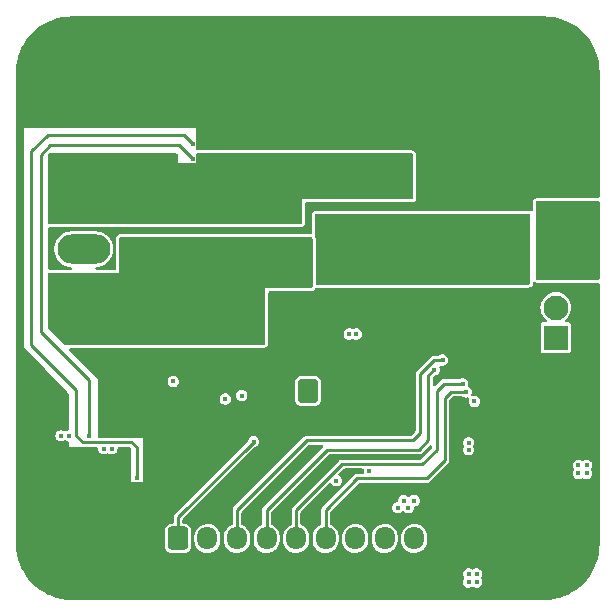
<source format=gbl>
G04 #@! TF.GenerationSoftware,KiCad,Pcbnew,7.0.7*
G04 #@! TF.CreationDate,2023-10-26T17:58:54+02:00*
G04 #@! TF.ProjectId,load,6c6f6164-2e6b-4696-9361-645f70636258,rev?*
G04 #@! TF.SameCoordinates,Original*
G04 #@! TF.FileFunction,Copper,L4,Bot*
G04 #@! TF.FilePolarity,Positive*
%FSLAX46Y46*%
G04 Gerber Fmt 4.6, Leading zero omitted, Abs format (unit mm)*
G04 Created by KiCad (PCBNEW 7.0.7) date 2023-10-26 17:58:54*
%MOMM*%
%LPD*%
G01*
G04 APERTURE LIST*
G04 Aperture macros list*
%AMRoundRect*
0 Rectangle with rounded corners*
0 $1 Rounding radius*
0 $2 $3 $4 $5 $6 $7 $8 $9 X,Y pos of 4 corners*
0 Add a 4 corners polygon primitive as box body*
4,1,4,$2,$3,$4,$5,$6,$7,$8,$9,$2,$3,0*
0 Add four circle primitives for the rounded corners*
1,1,$1+$1,$2,$3*
1,1,$1+$1,$4,$5*
1,1,$1+$1,$6,$7*
1,1,$1+$1,$8,$9*
0 Add four rect primitives between the rounded corners*
20,1,$1+$1,$2,$3,$4,$5,0*
20,1,$1+$1,$4,$5,$6,$7,0*
20,1,$1+$1,$6,$7,$8,$9,0*
20,1,$1+$1,$8,$9,$2,$3,0*%
G04 Aperture macros list end*
G04 #@! TA.AperFunction,ComponentPad*
%ADD10C,0.900000*%
G04 #@! TD*
G04 #@! TA.AperFunction,ComponentPad*
%ADD11C,8.600000*%
G04 #@! TD*
G04 #@! TA.AperFunction,ComponentPad*
%ADD12RoundRect,0.250000X-0.600000X-0.750000X0.600000X-0.750000X0.600000X0.750000X-0.600000X0.750000X0*%
G04 #@! TD*
G04 #@! TA.AperFunction,ComponentPad*
%ADD13O,1.700000X2.000000*%
G04 #@! TD*
G04 #@! TA.AperFunction,ComponentPad*
%ADD14RoundRect,0.250000X-0.600000X-0.725000X0.600000X-0.725000X0.600000X0.725000X-0.600000X0.725000X0*%
G04 #@! TD*
G04 #@! TA.AperFunction,ComponentPad*
%ADD15O,1.700000X1.950000*%
G04 #@! TD*
G04 #@! TA.AperFunction,ComponentPad*
%ADD16R,2.100000X2.100000*%
G04 #@! TD*
G04 #@! TA.AperFunction,ComponentPad*
%ADD17C,2.100000*%
G04 #@! TD*
G04 #@! TA.AperFunction,ComponentPad*
%ADD18R,4.500000X2.500000*%
G04 #@! TD*
G04 #@! TA.AperFunction,ComponentPad*
%ADD19O,4.500000X2.500000*%
G04 #@! TD*
G04 #@! TA.AperFunction,ViaPad*
%ADD20C,0.450000*%
G04 #@! TD*
G04 #@! TA.AperFunction,Conductor*
%ADD21C,0.250000*%
G04 #@! TD*
G04 APERTURE END LIST*
D10*
X146775000Y-150000000D03*
X147719581Y-147719581D03*
X147719581Y-152280419D03*
X150000000Y-146775000D03*
D11*
X150000000Y-150000000D03*
D10*
X150000000Y-153225000D03*
X152280419Y-147719581D03*
X152280419Y-152280419D03*
X153225000Y-150000000D03*
D12*
X170000000Y-137000000D03*
D13*
X172500000Y-137000000D03*
D14*
X159000000Y-149500000D03*
D15*
X161500000Y-149500000D03*
X164000000Y-149500000D03*
X166500000Y-149500000D03*
X169000000Y-149500000D03*
X171500000Y-149500000D03*
X174000000Y-149500000D03*
X176500000Y-149500000D03*
X179000000Y-149500000D03*
X181500000Y-149500000D03*
D16*
X191000000Y-122000000D03*
D17*
X191000000Y-119460000D03*
D10*
X186775000Y-110000000D03*
X187719581Y-107719581D03*
X187719581Y-112280419D03*
X190000000Y-106775000D03*
D11*
X190000000Y-110000000D03*
D10*
X190000000Y-113225000D03*
X192280419Y-107719581D03*
X192280419Y-112280419D03*
X193225000Y-110000000D03*
D18*
X151020000Y-130450000D03*
D19*
X151020000Y-125000000D03*
X151020000Y-119550000D03*
D10*
X146775000Y-110000000D03*
X147719581Y-107719581D03*
X147719581Y-112280419D03*
X150000000Y-106775000D03*
D11*
X150000000Y-110000000D03*
D10*
X150000000Y-113225000D03*
X152280419Y-107719581D03*
X152280419Y-112280419D03*
X153225000Y-110000000D03*
X186775000Y-150000000D03*
X187719581Y-147719581D03*
X187719581Y-152280419D03*
X190000000Y-146775000D03*
D11*
X190000000Y-150000000D03*
D10*
X190000000Y-153225000D03*
X192280419Y-147719581D03*
X192280419Y-152280419D03*
X193225000Y-150000000D03*
D16*
X191000000Y-132500000D03*
D17*
X191000000Y-129960000D03*
D20*
X180500000Y-111250000D03*
X185500000Y-114750000D03*
X168750000Y-112500000D03*
X174000000Y-112500000D03*
X185500000Y-117750000D03*
X174750000Y-112500000D03*
X188000000Y-117250000D03*
X170500000Y-111000000D03*
X160300000Y-116100000D03*
X185500000Y-116250000D03*
X155500000Y-144400000D03*
X161250000Y-112500000D03*
X173250000Y-113250000D03*
X178000000Y-111000000D03*
X167250000Y-112500000D03*
X172500000Y-112500000D03*
X182200000Y-139100000D03*
X193000000Y-138500000D03*
X175500000Y-112500000D03*
X183500000Y-134750000D03*
X161250000Y-113250000D03*
X171750000Y-112500000D03*
X178000000Y-109500000D03*
X168000000Y-109500000D03*
X165500000Y-111000000D03*
X185750000Y-139250000D03*
X180500000Y-109750000D03*
X159500000Y-142000000D03*
X188000000Y-118750000D03*
X182500000Y-135750000D03*
X180500000Y-112750000D03*
X162000000Y-112500000D03*
X183000000Y-112250000D03*
X165500000Y-109500000D03*
X167750000Y-132000000D03*
X166500000Y-113250000D03*
X163500000Y-112500000D03*
X172500000Y-113250000D03*
X189500000Y-140500000D03*
X171000000Y-112500000D03*
X173000000Y-109500000D03*
X150500000Y-143250000D03*
X168000000Y-113250000D03*
X169500000Y-112500000D03*
X175500000Y-109500000D03*
X188000000Y-120250000D03*
X168000000Y-111000000D03*
X167750000Y-131000000D03*
X165000000Y-112500000D03*
X162750000Y-113250000D03*
X163000000Y-111000000D03*
X171750000Y-113250000D03*
X150500000Y-142500000D03*
X183000000Y-115250000D03*
X162000000Y-113250000D03*
X175500000Y-113250000D03*
X173000000Y-111000000D03*
X185000000Y-139250000D03*
X164250000Y-112500000D03*
X170250000Y-112500000D03*
X178000000Y-112500000D03*
X162750000Y-112500000D03*
X163500000Y-113250000D03*
X173250000Y-112500000D03*
X170250000Y-113250000D03*
X163000000Y-109500000D03*
X166500000Y-112500000D03*
X158750000Y-142000000D03*
X165750000Y-112500000D03*
X174000000Y-113250000D03*
X194000000Y-138500000D03*
X183000000Y-113750000D03*
X164250000Y-113250000D03*
X163250000Y-142250000D03*
X170500000Y-109500000D03*
X174750000Y-113250000D03*
X175500000Y-111000000D03*
X167250000Y-113250000D03*
X178600000Y-140300000D03*
X168000000Y-112500000D03*
X165750000Y-113250000D03*
X183500000Y-139750000D03*
X156250000Y-139000000D03*
X168750000Y-113250000D03*
X165000000Y-113250000D03*
X169500000Y-113250000D03*
X171000000Y-113250000D03*
X193600000Y-144000000D03*
X192900000Y-143300000D03*
X192900000Y-144000000D03*
X149100000Y-140800000D03*
X149800000Y-140800000D03*
X158600000Y-136200000D03*
X193600000Y-143300000D03*
X153400000Y-141900000D03*
X184300000Y-152500000D03*
X183600000Y-152500000D03*
X183600000Y-153200000D03*
X152700000Y-141900000D03*
X184300000Y-153200000D03*
X163000000Y-137700000D03*
X175200000Y-143800000D03*
X172400000Y-144600000D03*
X177600000Y-146900000D03*
X173500000Y-132200000D03*
X174100000Y-132200000D03*
X184100000Y-137900000D03*
X164400000Y-137400000D03*
X179000000Y-146300000D03*
X183600000Y-141400000D03*
X178500000Y-146900000D03*
X178100000Y-146300000D03*
X183600000Y-142000000D03*
X176250000Y-126250000D03*
X174250000Y-124500000D03*
X172750000Y-125250000D03*
X176250000Y-123250000D03*
X171250000Y-125250000D03*
X172000000Y-125250000D03*
X184500000Y-123250000D03*
X174250000Y-127500000D03*
X173500000Y-125250000D03*
X172750000Y-124500000D03*
X173500000Y-124500000D03*
X174250000Y-126000000D03*
X171250000Y-124500000D03*
X183750000Y-126250000D03*
X173750000Y-123250000D03*
X181250000Y-126250000D03*
X187000000Y-123250000D03*
X172000000Y-124500000D03*
X174250000Y-126750000D03*
X176250000Y-124750000D03*
X174250000Y-125250000D03*
X183750000Y-124750000D03*
X173500000Y-127500000D03*
X178750000Y-124750000D03*
X178750000Y-123250000D03*
X178750000Y-126250000D03*
X173500000Y-126750000D03*
X173500000Y-126000000D03*
X181250000Y-124750000D03*
X191500000Y-125250000D03*
X191500000Y-124500000D03*
X193000000Y-126750000D03*
X192250000Y-125250000D03*
X193000000Y-124500000D03*
X191500000Y-126000000D03*
X190000000Y-124500000D03*
X193000000Y-126000000D03*
X190750000Y-124500000D03*
X192250000Y-126750000D03*
X193000000Y-125250000D03*
X192250000Y-126000000D03*
X192250000Y-124500000D03*
X191500000Y-126750000D03*
X183400000Y-137100000D03*
X181400000Y-134400000D03*
X180700000Y-135200000D03*
X183100000Y-136400000D03*
X165400000Y-141300000D03*
X161500000Y-125250000D03*
X159000000Y-131250000D03*
X169500000Y-124500000D03*
X168750000Y-125250000D03*
X156500000Y-129750000D03*
X161500000Y-131250000D03*
X164000000Y-128250000D03*
X166500000Y-127500000D03*
X167250000Y-125250000D03*
X167250000Y-127500000D03*
X167250000Y-126000000D03*
X166500000Y-125250000D03*
X159000000Y-125250000D03*
X164000000Y-129750000D03*
X164000000Y-125250000D03*
X166500000Y-126750000D03*
X156500000Y-126750000D03*
X156500000Y-125250000D03*
X166500000Y-126000000D03*
X167250000Y-126750000D03*
X161500000Y-128250000D03*
X168000000Y-125250000D03*
X161500000Y-126750000D03*
X166500000Y-124500000D03*
X156500000Y-128250000D03*
X161500000Y-129750000D03*
X164000000Y-131250000D03*
X164000000Y-126750000D03*
X159000000Y-128250000D03*
X156500000Y-131250000D03*
X159000000Y-129750000D03*
X159000000Y-126750000D03*
X168750000Y-124500000D03*
X167250000Y-124500000D03*
X169500000Y-125250000D03*
X168000000Y-124500000D03*
X160300000Y-117400000D03*
X169250000Y-119750000D03*
X165500000Y-119750000D03*
X164000000Y-119750000D03*
X156500000Y-121250000D03*
X161000000Y-119750000D03*
X171500000Y-119750000D03*
X164750000Y-119750000D03*
X161750000Y-119750000D03*
X177500000Y-119750000D03*
X164000000Y-121250000D03*
X174500000Y-119750000D03*
X176750000Y-119750000D03*
X161500000Y-121250000D03*
X151500000Y-140800000D03*
X176000000Y-119750000D03*
X167750000Y-119750000D03*
X159000000Y-118250000D03*
X159000000Y-121250000D03*
X175250000Y-119750000D03*
X168500000Y-119750000D03*
X166250000Y-119750000D03*
X167000000Y-119750000D03*
X166500000Y-121250000D03*
X162500000Y-119750000D03*
X173750000Y-119750000D03*
X172250000Y-119750000D03*
X170750000Y-119750000D03*
X173000000Y-119750000D03*
X156500000Y-119750000D03*
X159000000Y-119750000D03*
X156500000Y-118250000D03*
X163250000Y-119750000D03*
X170000000Y-119750000D03*
D21*
X155500000Y-141800000D02*
X155500000Y-144400000D01*
X159500000Y-115300000D02*
X148000000Y-115300000D01*
X150400000Y-136900000D02*
X150400000Y-140800000D01*
X150400000Y-140800000D02*
X150950000Y-141350000D01*
X148000000Y-115300000D02*
X146600000Y-116700000D01*
X150950000Y-141350000D02*
X155050000Y-141350000D01*
X155050000Y-141350000D02*
X155500000Y-141800000D01*
X146600000Y-133100000D02*
X150400000Y-136900000D01*
X160300000Y-116100000D02*
X159500000Y-115300000D01*
X146600000Y-116700000D02*
X146600000Y-133100000D01*
X182100000Y-137100000D02*
X183400000Y-137100000D01*
X181600000Y-137600000D02*
X182100000Y-137100000D01*
X181600000Y-142900000D02*
X181600000Y-137600000D01*
X171500000Y-147100000D02*
X174200000Y-144400000D01*
X174200000Y-144400000D02*
X180100000Y-144400000D01*
X180100000Y-144400000D02*
X181600000Y-142900000D01*
X171500000Y-149500000D02*
X171500000Y-147100000D01*
X169900000Y-141200000D02*
X178877818Y-141200000D01*
X179500000Y-140577818D02*
X179500000Y-135600000D01*
X179500000Y-135600000D02*
X180700000Y-134400000D01*
X180700000Y-134400000D02*
X181400000Y-134400000D01*
X178877818Y-141200000D02*
X179500000Y-140577818D01*
X164000000Y-147100000D02*
X169900000Y-141200000D01*
X164000000Y-149500000D02*
X164000000Y-147100000D01*
X180200000Y-141200000D02*
X180200000Y-135700000D01*
X179400000Y-142000000D02*
X180200000Y-141200000D01*
X180200000Y-135700000D02*
X180700000Y-135200000D01*
X166500000Y-147100000D02*
X171600000Y-142000000D01*
X166500000Y-149500000D02*
X166500000Y-147100000D01*
X171600000Y-142000000D02*
X179400000Y-142000000D01*
X172900000Y-143200000D02*
X179700000Y-143200000D01*
X180900000Y-142000000D02*
X180900000Y-137000000D01*
X180900000Y-137000000D02*
X181500000Y-136400000D01*
X179700000Y-143200000D02*
X180900000Y-142000000D01*
X169000000Y-149500000D02*
X169000000Y-147100000D01*
X169000000Y-147100000D02*
X172900000Y-143200000D01*
X181500000Y-136400000D02*
X183100000Y-136400000D01*
X165400000Y-141300000D02*
X159000000Y-147700000D01*
X159000000Y-147700000D02*
X159000000Y-149500000D01*
X151500000Y-136100000D02*
X151500000Y-140800000D01*
X147400000Y-117000000D02*
X147400000Y-132000000D01*
X160300000Y-117400000D02*
X159100000Y-116200000D01*
X147400000Y-132000000D02*
X151500000Y-136100000D01*
X148200000Y-116200000D02*
X147400000Y-117000000D01*
X159100000Y-116200000D02*
X148200000Y-116200000D01*
G04 #@! TA.AperFunction,Conductor*
G36*
X190406905Y-105318265D02*
G01*
X190412257Y-105318734D01*
X190813381Y-105371543D01*
X190818697Y-105372481D01*
X191213680Y-105460047D01*
X191218892Y-105461443D01*
X191604745Y-105583102D01*
X191609826Y-105584951D01*
X191983612Y-105739778D01*
X191988482Y-105742049D01*
X192347350Y-105928864D01*
X192352028Y-105931566D01*
X192693241Y-106148942D01*
X192697674Y-106152046D01*
X193018634Y-106398327D01*
X193022779Y-106401806D01*
X193321051Y-106675122D01*
X193324877Y-106678948D01*
X193598193Y-106977220D01*
X193601672Y-106981365D01*
X193847953Y-107302325D01*
X193851057Y-107306758D01*
X194068433Y-107647971D01*
X194071139Y-107652657D01*
X194257941Y-108011499D01*
X194260228Y-108016403D01*
X194415048Y-108390174D01*
X194416899Y-108395259D01*
X194538552Y-108781092D01*
X194539952Y-108786319D01*
X194627518Y-109181302D01*
X194628458Y-109186631D01*
X194681263Y-109587724D01*
X194681735Y-109593115D01*
X194699500Y-110000000D01*
X194699500Y-120520500D01*
X194679815Y-120587539D01*
X194627011Y-120633294D01*
X194575500Y-120644500D01*
X189423997Y-120644500D01*
X189369687Y-120650338D01*
X189318183Y-120661543D01*
X189318182Y-120661543D01*
X189318176Y-120661545D01*
X189307177Y-120664562D01*
X189291806Y-120668779D01*
X189291796Y-120668783D01*
X189205181Y-120718105D01*
X189205172Y-120718111D01*
X189152371Y-120763864D01*
X189120743Y-120796640D01*
X189074534Y-120884977D01*
X189074533Y-120884977D01*
X189054851Y-120952009D01*
X189054848Y-120952021D01*
X189044500Y-121023998D01*
X189044500Y-121689768D01*
X189024815Y-121756807D01*
X188972011Y-121802562D01*
X188902853Y-121812506D01*
X188863025Y-121799644D01*
X188815020Y-121774533D01*
X188747990Y-121754851D01*
X188747978Y-121754848D01*
X188676001Y-121744500D01*
X188676000Y-121744500D01*
X170724000Y-121744500D01*
X170723997Y-121744500D01*
X170669687Y-121750338D01*
X170618183Y-121761543D01*
X170618182Y-121761543D01*
X170618176Y-121761545D01*
X170607177Y-121764562D01*
X170591806Y-121768779D01*
X170591796Y-121768783D01*
X170505181Y-121818105D01*
X170505172Y-121818111D01*
X170452371Y-121863864D01*
X170420743Y-121896640D01*
X170374534Y-121984977D01*
X170374533Y-121984977D01*
X170354851Y-122052009D01*
X170354848Y-122052021D01*
X170344500Y-122123998D01*
X170344500Y-123620118D01*
X170324815Y-123687157D01*
X170272011Y-123732912D01*
X170220237Y-123744118D01*
X154161737Y-123710111D01*
X154161735Y-123710111D01*
X154108734Y-123715555D01*
X154108724Y-123715557D01*
X154058410Y-123726113D01*
X154058411Y-123726113D01*
X154058399Y-123726116D01*
X154058395Y-123726117D01*
X154053925Y-123727295D01*
X154033255Y-123732742D01*
X153946006Y-123780970D01*
X153892623Y-123826054D01*
X153860588Y-123858421D01*
X153813261Y-123946167D01*
X153792731Y-124012937D01*
X153792729Y-124012948D01*
X153781467Y-124084792D01*
X153781466Y-124084799D01*
X153768490Y-125107604D01*
X153766205Y-125115035D01*
X153768138Y-125135273D01*
X153749275Y-126622073D01*
X153728742Y-126688857D01*
X153675361Y-126733939D01*
X153625285Y-126744500D01*
X152135467Y-126744500D01*
X152068428Y-126724815D01*
X152022673Y-126672011D01*
X152012729Y-126602853D01*
X152041754Y-126539297D01*
X152100532Y-126501523D01*
X152125227Y-126496924D01*
X152267813Y-126485109D01*
X152267816Y-126485108D01*
X152267821Y-126485108D01*
X152508881Y-126424063D01*
X152736607Y-126324173D01*
X152944785Y-126188164D01*
X153127738Y-126019744D01*
X153280474Y-125823509D01*
X153398828Y-125604810D01*
X153479571Y-125369614D01*
X153520500Y-125124335D01*
X153520500Y-125124318D01*
X153520570Y-125123481D01*
X153520697Y-125123149D01*
X153521344Y-125119277D01*
X153522140Y-125119409D01*
X153522285Y-125119033D01*
X153520500Y-125106031D01*
X153520500Y-124875665D01*
X153479570Y-124630383D01*
X153398830Y-124395197D01*
X153398827Y-124395188D01*
X153280475Y-124176493D01*
X153280474Y-124176491D01*
X153127738Y-123980256D01*
X152944785Y-123811836D01*
X152944782Y-123811833D01*
X152736606Y-123675826D01*
X152508881Y-123575936D01*
X152267824Y-123514892D01*
X152267813Y-123514890D01*
X152102548Y-123501197D01*
X152082067Y-123499500D01*
X149957933Y-123499500D01*
X149938521Y-123501108D01*
X149772186Y-123514890D01*
X149772175Y-123514892D01*
X149531118Y-123575936D01*
X149303393Y-123675826D01*
X149095217Y-123811833D01*
X148912261Y-123980257D01*
X148759524Y-124176493D01*
X148641172Y-124395188D01*
X148641169Y-124395197D01*
X148560429Y-124630383D01*
X148519500Y-124875665D01*
X148519500Y-125124334D01*
X148560429Y-125369616D01*
X148641169Y-125604802D01*
X148641172Y-125604811D01*
X148759524Y-125823506D01*
X148759526Y-125823509D01*
X148912262Y-126019744D01*
X149071744Y-126166557D01*
X149095217Y-126188166D01*
X149303393Y-126324173D01*
X149531118Y-126424063D01*
X149772175Y-126485107D01*
X149772179Y-126485108D01*
X149772181Y-126485108D01*
X149772186Y-126485109D01*
X149914773Y-126496924D01*
X149979958Y-126522077D01*
X150021196Y-126578479D01*
X150025394Y-126648222D01*
X149991220Y-126709164D01*
X149929524Y-126741956D01*
X149904533Y-126744500D01*
X148124000Y-126744500D01*
X148056961Y-126724815D01*
X148011206Y-126672011D01*
X148000000Y-126620500D01*
X147999999Y-123279500D01*
X148019684Y-123212461D01*
X148072488Y-123166706D01*
X148123999Y-123155500D01*
X169376000Y-123155500D01*
X169430313Y-123149661D01*
X169451049Y-123145150D01*
X169481817Y-123138457D01*
X169481817Y-123138456D01*
X169481824Y-123138455D01*
X169508198Y-123131219D01*
X169537074Y-123114775D01*
X169594818Y-123081894D01*
X169594821Y-123081891D01*
X169594828Y-123081888D01*
X169647632Y-123036133D01*
X169679257Y-123003359D01*
X169725465Y-122915024D01*
X169745150Y-122847985D01*
X169755500Y-122776000D01*
X169755500Y-121179499D01*
X169775185Y-121112461D01*
X169827989Y-121066706D01*
X169879500Y-121055500D01*
X178776000Y-121055500D01*
X178830313Y-121049661D01*
X178846440Y-121046152D01*
X178881817Y-121038457D01*
X178881817Y-121038456D01*
X178881824Y-121038455D01*
X178908198Y-121031219D01*
X178937074Y-121014775D01*
X178994818Y-120981894D01*
X178994821Y-120981891D01*
X178994828Y-120981888D01*
X179047632Y-120936133D01*
X179079257Y-120903359D01*
X179125465Y-120815024D01*
X179145150Y-120747985D01*
X179155500Y-120676000D01*
X179155500Y-117024000D01*
X179149661Y-116969687D01*
X179138455Y-116918176D01*
X179131219Y-116891802D01*
X179131216Y-116891796D01*
X179081894Y-116805181D01*
X179081888Y-116805172D01*
X179036136Y-116752371D01*
X179003359Y-116720743D01*
X178915022Y-116674534D01*
X178915022Y-116674533D01*
X178847990Y-116654851D01*
X178847978Y-116654848D01*
X178776001Y-116644500D01*
X178776000Y-116644500D01*
X160624000Y-116644500D01*
X160556961Y-116624815D01*
X160511206Y-116572011D01*
X160500000Y-116520500D01*
X160500000Y-114750000D01*
X146000000Y-114750000D01*
X146000000Y-133250000D01*
X149647142Y-137140285D01*
X149716463Y-137214227D01*
X149747953Y-137276598D01*
X149750000Y-137299036D01*
X149750000Y-140226281D01*
X149730315Y-140293320D01*
X149677511Y-140339075D01*
X149660935Y-140345258D01*
X149600440Y-140363020D01*
X149600440Y-140363021D01*
X149517038Y-140416619D01*
X149449998Y-140436303D01*
X149382962Y-140416619D01*
X149320740Y-140376632D01*
X149299561Y-140363022D01*
X149299560Y-140363021D01*
X149299559Y-140363021D01*
X149168368Y-140324500D01*
X149168367Y-140324500D01*
X149031633Y-140324500D01*
X149031632Y-140324500D01*
X148900440Y-140363021D01*
X148785413Y-140436942D01*
X148785409Y-140436946D01*
X148695872Y-140540278D01*
X148695867Y-140540285D01*
X148639070Y-140664654D01*
X148639068Y-140664662D01*
X148619610Y-140800000D01*
X148639068Y-140935337D01*
X148639070Y-140935345D01*
X148695867Y-141059714D01*
X148695872Y-141059721D01*
X148785409Y-141163053D01*
X148785413Y-141163057D01*
X148842898Y-141199999D01*
X148900439Y-141236978D01*
X148960934Y-141254741D01*
X149031632Y-141275500D01*
X149031633Y-141275500D01*
X149168367Y-141275500D01*
X149299561Y-141236978D01*
X149382963Y-141183379D01*
X149450001Y-141163696D01*
X149517036Y-141183379D01*
X149600439Y-141236978D01*
X149613619Y-141240848D01*
X149660934Y-141254741D01*
X149719712Y-141292514D01*
X149748738Y-141356070D01*
X149750000Y-141373718D01*
X149750000Y-141750000D01*
X152098073Y-141750000D01*
X152165112Y-141769685D01*
X152210867Y-141822489D01*
X152220811Y-141891647D01*
X152219610Y-141899999D01*
X152239068Y-142035337D01*
X152239070Y-142035345D01*
X152295867Y-142159714D01*
X152295872Y-142159721D01*
X152385409Y-142263053D01*
X152385413Y-142263057D01*
X152443547Y-142300416D01*
X152500439Y-142336978D01*
X152566035Y-142356238D01*
X152631632Y-142375500D01*
X152631633Y-142375500D01*
X152768367Y-142375500D01*
X152899561Y-142336978D01*
X152982963Y-142283379D01*
X153050001Y-142263696D01*
X153117036Y-142283379D01*
X153200439Y-142336978D01*
X153200441Y-142336978D01*
X153200442Y-142336979D01*
X153331632Y-142375500D01*
X153331633Y-142375500D01*
X153468367Y-142375500D01*
X153599561Y-142336978D01*
X153714589Y-142263055D01*
X153804130Y-142159718D01*
X153860931Y-142035342D01*
X153880390Y-141900000D01*
X153879189Y-141891646D01*
X153889133Y-141822488D01*
X153934888Y-141769684D01*
X154001927Y-141750000D01*
X154876000Y-141750000D01*
X154943039Y-141769685D01*
X154988794Y-141822489D01*
X155000000Y-141874000D01*
X155000000Y-144750000D01*
X156000000Y-144750000D01*
X156000000Y-141000000D01*
X152374000Y-141000000D01*
X152306961Y-140980315D01*
X152261206Y-140927511D01*
X152250000Y-140876000D01*
X152250000Y-137700000D01*
X162519610Y-137700000D01*
X162539068Y-137835337D01*
X162539070Y-137835345D01*
X162595867Y-137959714D01*
X162595872Y-137959721D01*
X162685409Y-138063053D01*
X162685413Y-138063057D01*
X162745979Y-138101979D01*
X162800439Y-138136978D01*
X162866035Y-138156238D01*
X162931632Y-138175500D01*
X162931633Y-138175500D01*
X163068367Y-138175500D01*
X163199561Y-138136978D01*
X163314589Y-138063055D01*
X163404130Y-137959718D01*
X163460931Y-137835342D01*
X163480390Y-137700000D01*
X163460931Y-137564658D01*
X163420214Y-137475500D01*
X163404132Y-137440285D01*
X163404127Y-137440278D01*
X163369226Y-137400000D01*
X163919610Y-137400000D01*
X163939068Y-137535337D01*
X163939070Y-137535345D01*
X163995867Y-137659714D01*
X163995872Y-137659721D01*
X164085409Y-137763053D01*
X164085413Y-137763057D01*
X164139594Y-137797876D01*
X164200439Y-137836978D01*
X164266036Y-137856238D01*
X164331632Y-137875500D01*
X164331633Y-137875500D01*
X164468367Y-137875500D01*
X164599561Y-137836978D01*
X164660415Y-137797870D01*
X168899500Y-137797870D01*
X168899501Y-137797876D01*
X168905908Y-137857483D01*
X168956202Y-137992328D01*
X168956206Y-137992335D01*
X169042452Y-138107544D01*
X169042455Y-138107547D01*
X169157664Y-138193793D01*
X169157671Y-138193797D01*
X169292517Y-138244091D01*
X169292516Y-138244091D01*
X169299444Y-138244835D01*
X169352127Y-138250500D01*
X170647872Y-138250499D01*
X170707483Y-138244091D01*
X170842331Y-138193796D01*
X170957546Y-138107546D01*
X171043796Y-137992331D01*
X171094091Y-137857483D01*
X171100500Y-137797873D01*
X171100499Y-136202128D01*
X171094091Y-136142517D01*
X171093257Y-136140282D01*
X171043797Y-136007671D01*
X171043793Y-136007664D01*
X170957547Y-135892455D01*
X170957544Y-135892452D01*
X170842335Y-135806206D01*
X170842328Y-135806202D01*
X170707482Y-135755908D01*
X170707483Y-135755908D01*
X170647883Y-135749501D01*
X170647881Y-135749500D01*
X170647873Y-135749500D01*
X170647864Y-135749500D01*
X169352129Y-135749500D01*
X169352123Y-135749501D01*
X169292516Y-135755908D01*
X169157671Y-135806202D01*
X169157664Y-135806206D01*
X169042455Y-135892452D01*
X169042452Y-135892455D01*
X168956206Y-136007664D01*
X168956202Y-136007671D01*
X168905908Y-136142517D01*
X168899501Y-136202116D01*
X168899501Y-136202123D01*
X168899500Y-136202135D01*
X168899500Y-137797870D01*
X164660415Y-137797870D01*
X164714589Y-137763055D01*
X164804130Y-137659718D01*
X164860931Y-137535342D01*
X164880390Y-137400000D01*
X164860931Y-137264658D01*
X164811097Y-137155537D01*
X164804132Y-137140285D01*
X164804127Y-137140278D01*
X164714590Y-137036946D01*
X164714586Y-137036942D01*
X164602113Y-136964662D01*
X164599561Y-136963022D01*
X164599560Y-136963021D01*
X164599559Y-136963021D01*
X164468368Y-136924500D01*
X164468367Y-136924500D01*
X164331633Y-136924500D01*
X164331632Y-136924500D01*
X164200440Y-136963021D01*
X164085413Y-137036942D01*
X164085409Y-137036946D01*
X163995872Y-137140278D01*
X163995867Y-137140285D01*
X163939070Y-137264654D01*
X163939068Y-137264662D01*
X163919610Y-137400000D01*
X163369226Y-137400000D01*
X163314590Y-137336946D01*
X163314586Y-137336942D01*
X163202113Y-137264662D01*
X163199561Y-137263022D01*
X163199560Y-137263021D01*
X163199559Y-137263021D01*
X163068368Y-137224500D01*
X163068367Y-137224500D01*
X162931633Y-137224500D01*
X162931632Y-137224500D01*
X162800440Y-137263021D01*
X162685413Y-137336942D01*
X162685409Y-137336946D01*
X162595872Y-137440278D01*
X162595867Y-137440285D01*
X162539070Y-137564654D01*
X162539068Y-137564662D01*
X162519610Y-137700000D01*
X152250000Y-137700000D01*
X152250000Y-136200000D01*
X158119610Y-136200000D01*
X158139068Y-136335337D01*
X158139070Y-136335345D01*
X158195867Y-136459714D01*
X158195872Y-136459721D01*
X158285409Y-136563053D01*
X158285413Y-136563057D01*
X158345979Y-136601979D01*
X158400439Y-136636978D01*
X158466035Y-136656238D01*
X158531632Y-136675500D01*
X158531633Y-136675500D01*
X158668367Y-136675500D01*
X158799561Y-136636978D01*
X158914589Y-136563055D01*
X159004130Y-136459718D01*
X159060931Y-136335342D01*
X159080390Y-136200000D01*
X159060931Y-136064658D01*
X159042591Y-136024500D01*
X159004132Y-135940285D01*
X159004127Y-135940278D01*
X158914590Y-135836946D01*
X158914586Y-135836942D01*
X158799559Y-135763021D01*
X158668368Y-135724500D01*
X158668367Y-135724500D01*
X158531633Y-135724500D01*
X158531632Y-135724500D01*
X158400440Y-135763021D01*
X158285413Y-135836942D01*
X158285409Y-135836946D01*
X158195872Y-135940278D01*
X158195867Y-135940285D01*
X158139070Y-136064654D01*
X158139068Y-136064662D01*
X158119610Y-136200000D01*
X152250000Y-136200000D01*
X152250000Y-136000000D01*
X149817181Y-133567181D01*
X149783696Y-133505858D01*
X149788680Y-133436166D01*
X149830552Y-133380233D01*
X149896016Y-133355816D01*
X149904862Y-133355500D01*
X166276000Y-133355500D01*
X166330313Y-133349661D01*
X166346440Y-133346152D01*
X166381817Y-133338457D01*
X166381817Y-133338456D01*
X166381824Y-133338455D01*
X166408198Y-133331219D01*
X166437074Y-133314775D01*
X166494818Y-133281894D01*
X166494821Y-133281891D01*
X166494828Y-133281888D01*
X166547632Y-133236133D01*
X166579257Y-133203359D01*
X166625465Y-133115024D01*
X166645150Y-133047985D01*
X166655500Y-132976000D01*
X166655500Y-132200000D01*
X173019610Y-132200000D01*
X173039068Y-132335337D01*
X173039070Y-132335345D01*
X173095867Y-132459714D01*
X173095872Y-132459721D01*
X173185409Y-132563053D01*
X173185413Y-132563057D01*
X173236409Y-132595829D01*
X173300439Y-132636978D01*
X173366035Y-132656238D01*
X173431632Y-132675500D01*
X173431633Y-132675500D01*
X173568367Y-132675500D01*
X173699561Y-132636978D01*
X173732960Y-132615513D01*
X173799998Y-132595829D01*
X173867037Y-132615513D01*
X173892173Y-132631666D01*
X173900439Y-132636978D01*
X174031632Y-132675500D01*
X174031633Y-132675500D01*
X174168367Y-132675500D01*
X174299561Y-132636978D01*
X174414589Y-132563055D01*
X174504130Y-132459718D01*
X174560931Y-132335342D01*
X174580390Y-132200000D01*
X174560931Y-132064658D01*
X174548677Y-132037827D01*
X174504132Y-131940285D01*
X174504127Y-131940278D01*
X174414590Y-131836946D01*
X174414586Y-131836942D01*
X174299559Y-131763021D01*
X174168368Y-131724500D01*
X174168367Y-131724500D01*
X174031633Y-131724500D01*
X174031632Y-131724500D01*
X173900441Y-131763020D01*
X173900434Y-131763024D01*
X173867038Y-131784486D01*
X173799998Y-131804170D01*
X173732962Y-131784486D01*
X173699565Y-131763024D01*
X173699558Y-131763020D01*
X173568368Y-131724500D01*
X173568367Y-131724500D01*
X173431633Y-131724500D01*
X173431632Y-131724500D01*
X173300440Y-131763021D01*
X173185413Y-131836942D01*
X173185409Y-131836946D01*
X173095872Y-131940278D01*
X173095867Y-131940285D01*
X173039070Y-132064654D01*
X173039068Y-132064662D01*
X173019610Y-132200000D01*
X166655500Y-132200000D01*
X166655500Y-129960001D01*
X189694532Y-129960001D01*
X189714364Y-130186686D01*
X189714366Y-130186697D01*
X189773258Y-130406488D01*
X189773261Y-130406497D01*
X189869431Y-130612732D01*
X189869432Y-130612734D01*
X189999954Y-130799141D01*
X190160857Y-130960044D01*
X190180680Y-130973924D01*
X190224306Y-131028500D01*
X190231500Y-131097999D01*
X190199978Y-131160354D01*
X190139749Y-131195768D01*
X190109558Y-131199500D01*
X189925323Y-131199500D01*
X189852264Y-131214032D01*
X189852260Y-131214033D01*
X189769399Y-131269399D01*
X189714033Y-131352260D01*
X189714032Y-131352264D01*
X189699500Y-131425321D01*
X189699500Y-133574678D01*
X189714032Y-133647735D01*
X189714033Y-133647739D01*
X189714034Y-133647740D01*
X189769399Y-133730601D01*
X189852259Y-133785965D01*
X189852260Y-133785966D01*
X189852264Y-133785967D01*
X189925321Y-133800499D01*
X189925324Y-133800500D01*
X189925326Y-133800500D01*
X192074676Y-133800500D01*
X192074677Y-133800499D01*
X192147740Y-133785966D01*
X192230601Y-133730601D01*
X192285966Y-133647740D01*
X192300500Y-133574674D01*
X192300500Y-131425326D01*
X192300500Y-131425325D01*
X192300500Y-131425323D01*
X192300499Y-131425321D01*
X192285967Y-131352264D01*
X192285966Y-131352260D01*
X192230601Y-131269399D01*
X192147740Y-131214034D01*
X192147739Y-131214033D01*
X192147735Y-131214032D01*
X192074677Y-131199500D01*
X192074674Y-131199500D01*
X191890442Y-131199500D01*
X191823403Y-131179815D01*
X191777648Y-131127011D01*
X191767704Y-131057853D01*
X191796729Y-130994297D01*
X191819320Y-130973924D01*
X191839139Y-130960047D01*
X192000047Y-130799139D01*
X192130568Y-130612734D01*
X192226739Y-130406496D01*
X192285635Y-130186692D01*
X192305468Y-129960000D01*
X192285635Y-129733308D01*
X192226739Y-129513504D01*
X192130568Y-129307266D01*
X192000047Y-129120861D01*
X192000045Y-129120858D01*
X191839141Y-128959954D01*
X191652734Y-128829432D01*
X191652732Y-128829431D01*
X191446497Y-128733261D01*
X191446488Y-128733258D01*
X191226697Y-128674366D01*
X191226693Y-128674365D01*
X191226692Y-128674365D01*
X191226691Y-128674364D01*
X191226686Y-128674364D01*
X191000002Y-128654532D01*
X190999998Y-128654532D01*
X190773313Y-128674364D01*
X190773302Y-128674366D01*
X190553511Y-128733258D01*
X190553502Y-128733261D01*
X190347267Y-128829431D01*
X190347265Y-128829432D01*
X190160858Y-128959954D01*
X189999954Y-129120858D01*
X189869432Y-129307265D01*
X189869431Y-129307267D01*
X189773261Y-129513502D01*
X189773258Y-129513511D01*
X189714366Y-129733302D01*
X189714364Y-129733313D01*
X189694532Y-129959998D01*
X189694532Y-129960001D01*
X166655500Y-129960001D01*
X166655500Y-128679500D01*
X166675185Y-128612461D01*
X166727989Y-128566706D01*
X166779500Y-128555500D01*
X170276000Y-128555500D01*
X170330313Y-128549661D01*
X170346440Y-128546152D01*
X170381817Y-128538457D01*
X170381817Y-128538456D01*
X170381824Y-128538455D01*
X170408198Y-128531219D01*
X170437074Y-128514775D01*
X170494818Y-128481894D01*
X170494821Y-128481891D01*
X170494828Y-128481888D01*
X170547632Y-128436133D01*
X170579257Y-128403359D01*
X170624528Y-128316814D01*
X170673044Y-128266536D01*
X170741041Y-128250469D01*
X170752044Y-128251552D01*
X170779500Y-128255500D01*
X170779501Y-128255500D01*
X188676000Y-128255500D01*
X188730313Y-128249661D01*
X188751049Y-128245150D01*
X188781817Y-128238457D01*
X188781817Y-128238456D01*
X188781824Y-128238455D01*
X188808198Y-128231219D01*
X188837074Y-128214775D01*
X188894818Y-128181894D01*
X188894821Y-128181891D01*
X188894828Y-128181888D01*
X188947632Y-128136133D01*
X188979257Y-128103359D01*
X189025465Y-128015024D01*
X189045150Y-127947985D01*
X189053370Y-127890810D01*
X189082394Y-127827256D01*
X189141172Y-127789480D01*
X189211041Y-127789479D01*
X189233584Y-127798582D01*
X189284976Y-127825465D01*
X189284977Y-127825466D01*
X189335105Y-127840184D01*
X189352015Y-127845150D01*
X189352019Y-127845150D01*
X189352021Y-127845151D01*
X189363652Y-127846823D01*
X189424000Y-127855500D01*
X189424001Y-127855500D01*
X194575500Y-127855500D01*
X194642539Y-127875185D01*
X194688294Y-127927989D01*
X194699500Y-127979500D01*
X194699500Y-150000000D01*
X194681735Y-150406884D01*
X194681263Y-150412275D01*
X194628458Y-150813368D01*
X194627518Y-150818697D01*
X194539952Y-151213680D01*
X194538552Y-151218907D01*
X194416899Y-151604740D01*
X194415048Y-151609825D01*
X194260228Y-151983596D01*
X194257941Y-151988500D01*
X194071139Y-152347342D01*
X194068433Y-152352028D01*
X193851057Y-152693241D01*
X193847953Y-152697674D01*
X193601672Y-153018634D01*
X193598193Y-153022779D01*
X193324877Y-153321051D01*
X193321051Y-153324877D01*
X193022779Y-153598193D01*
X193018634Y-153601672D01*
X192697674Y-153847953D01*
X192693241Y-153851057D01*
X192352028Y-154068433D01*
X192347342Y-154071139D01*
X191988500Y-154257941D01*
X191983596Y-154260228D01*
X191609825Y-154415048D01*
X191604740Y-154416899D01*
X191218907Y-154538552D01*
X191213680Y-154539952D01*
X190818697Y-154627518D01*
X190813368Y-154628458D01*
X190412275Y-154681263D01*
X190406884Y-154681735D01*
X190000000Y-154699500D01*
X150000000Y-154699500D01*
X149593115Y-154681735D01*
X149587724Y-154681263D01*
X149186631Y-154628458D01*
X149181302Y-154627518D01*
X148786319Y-154539952D01*
X148781092Y-154538552D01*
X148395259Y-154416899D01*
X148390174Y-154415048D01*
X148134577Y-154309177D01*
X148016397Y-154260225D01*
X148011507Y-154257945D01*
X147652657Y-154071139D01*
X147647971Y-154068433D01*
X147306758Y-153851057D01*
X147302325Y-153847953D01*
X146981365Y-153601672D01*
X146977220Y-153598193D01*
X146678948Y-153324877D01*
X146675122Y-153321051D01*
X146564198Y-153199999D01*
X183119610Y-153199999D01*
X183139068Y-153335337D01*
X183139070Y-153335345D01*
X183195867Y-153459714D01*
X183195872Y-153459721D01*
X183285409Y-153563053D01*
X183285413Y-153563057D01*
X183342940Y-153600026D01*
X183400439Y-153636978D01*
X183466036Y-153656238D01*
X183531632Y-153675500D01*
X183531633Y-153675500D01*
X183668367Y-153675500D01*
X183799561Y-153636978D01*
X183882963Y-153583379D01*
X183950001Y-153563696D01*
X184017036Y-153583379D01*
X184100439Y-153636978D01*
X184100441Y-153636978D01*
X184100442Y-153636979D01*
X184231632Y-153675500D01*
X184231633Y-153675500D01*
X184368367Y-153675500D01*
X184499561Y-153636978D01*
X184614589Y-153563055D01*
X184704130Y-153459718D01*
X184760931Y-153335342D01*
X184780390Y-153200000D01*
X184760931Y-153064658D01*
X184704130Y-152940282D01*
X184696262Y-152931201D01*
X184667238Y-152867651D01*
X184677179Y-152798492D01*
X184696259Y-152768801D01*
X184704130Y-152759718D01*
X184760931Y-152635342D01*
X184780390Y-152500000D01*
X184760931Y-152364658D01*
X184745081Y-152329952D01*
X184704132Y-152240285D01*
X184704127Y-152240278D01*
X184614590Y-152136946D01*
X184614586Y-152136942D01*
X184499559Y-152063021D01*
X184368368Y-152024500D01*
X184368367Y-152024500D01*
X184231633Y-152024500D01*
X184231632Y-152024500D01*
X184100440Y-152063021D01*
X184017038Y-152116619D01*
X183949998Y-152136303D01*
X183882962Y-152116619D01*
X183799559Y-152063021D01*
X183668368Y-152024500D01*
X183668367Y-152024500D01*
X183531633Y-152024500D01*
X183531632Y-152024500D01*
X183400440Y-152063021D01*
X183285413Y-152136942D01*
X183285409Y-152136946D01*
X183195872Y-152240278D01*
X183195867Y-152240285D01*
X183139070Y-152364654D01*
X183139068Y-152364662D01*
X183119610Y-152500000D01*
X183139068Y-152635337D01*
X183139070Y-152635345D01*
X183195867Y-152759712D01*
X183195871Y-152759719D01*
X183203740Y-152768801D01*
X183232763Y-152832358D01*
X183222816Y-152901516D01*
X183203740Y-152931199D01*
X183195871Y-152940280D01*
X183195867Y-152940287D01*
X183139070Y-153064654D01*
X183139068Y-153064662D01*
X183119610Y-153199999D01*
X146564198Y-153199999D01*
X146401806Y-153022779D01*
X146398327Y-153018634D01*
X146338209Y-152940287D01*
X146152043Y-152697669D01*
X146148942Y-152693241D01*
X145931566Y-152352028D01*
X145928860Y-152347342D01*
X145742049Y-151988482D01*
X145739778Y-151983612D01*
X145584951Y-151609825D01*
X145583100Y-151604740D01*
X145554401Y-151513718D01*
X145461443Y-151218892D01*
X145460047Y-151213680D01*
X145372481Y-150818697D01*
X145371543Y-150813381D01*
X145318734Y-150412257D01*
X145318265Y-150406905D01*
X145312413Y-150272870D01*
X157899500Y-150272870D01*
X157899501Y-150272876D01*
X157905908Y-150332483D01*
X157956202Y-150467328D01*
X157956206Y-150467335D01*
X158042452Y-150582544D01*
X158042455Y-150582547D01*
X158157664Y-150668793D01*
X158157671Y-150668797D01*
X158292517Y-150719091D01*
X158292516Y-150719091D01*
X158299444Y-150719835D01*
X158352127Y-150725500D01*
X159647872Y-150725499D01*
X159707483Y-150719091D01*
X159842331Y-150668796D01*
X159957546Y-150582546D01*
X160043796Y-150467331D01*
X160094091Y-150332483D01*
X160100500Y-150272873D01*
X160100500Y-149677425D01*
X160399500Y-149677425D01*
X160414472Y-149834218D01*
X160473684Y-150035875D01*
X160523019Y-150131572D01*
X160569991Y-150222686D01*
X160699905Y-150387883D01*
X160699909Y-150387887D01*
X160858746Y-150525521D01*
X161040750Y-150630601D01*
X161040752Y-150630601D01*
X161040756Y-150630604D01*
X161239367Y-150699344D01*
X161447398Y-150729254D01*
X161657330Y-150719254D01*
X161861576Y-150669704D01*
X161947199Y-150630601D01*
X162052743Y-150582401D01*
X162052746Y-150582399D01*
X162052753Y-150582396D01*
X162223952Y-150460486D01*
X162293179Y-150387883D01*
X162368985Y-150308379D01*
X162391797Y-150272883D01*
X162482613Y-150131572D01*
X162560725Y-149936457D01*
X162600500Y-149730085D01*
X162600500Y-149677425D01*
X162899500Y-149677425D01*
X162914472Y-149834218D01*
X162973684Y-150035875D01*
X163023019Y-150131572D01*
X163069991Y-150222686D01*
X163199905Y-150387883D01*
X163199909Y-150387887D01*
X163358746Y-150525521D01*
X163540750Y-150630601D01*
X163540752Y-150630601D01*
X163540756Y-150630604D01*
X163739367Y-150699344D01*
X163947398Y-150729254D01*
X164157330Y-150719254D01*
X164361576Y-150669704D01*
X164447199Y-150630601D01*
X164552743Y-150582401D01*
X164552746Y-150582399D01*
X164552753Y-150582396D01*
X164723952Y-150460486D01*
X164793179Y-150387883D01*
X164868985Y-150308379D01*
X164891797Y-150272883D01*
X164982613Y-150131572D01*
X165060725Y-149936457D01*
X165100500Y-149730085D01*
X165100500Y-149322575D01*
X165085528Y-149165782D01*
X165026316Y-148964125D01*
X164930011Y-148777318D01*
X164930009Y-148777316D01*
X164930008Y-148777313D01*
X164800094Y-148612116D01*
X164800090Y-148612112D01*
X164641253Y-148474478D01*
X164459249Y-148369399D01*
X164459247Y-148369398D01*
X164459244Y-148369396D01*
X164459240Y-148369394D01*
X164459231Y-148369390D01*
X164458928Y-148369286D01*
X164458796Y-148369192D01*
X164453867Y-148366941D01*
X164454301Y-148365990D01*
X164402019Y-148328750D01*
X164376060Y-148263882D01*
X164375500Y-148252111D01*
X164375500Y-147306899D01*
X164395185Y-147239860D01*
X164411819Y-147219218D01*
X170019219Y-141611819D01*
X170080542Y-141578334D01*
X170106900Y-141575500D01*
X171194099Y-141575500D01*
X171261138Y-141595185D01*
X171306893Y-141647989D01*
X171316837Y-141717147D01*
X171287812Y-141780703D01*
X171281780Y-141787181D01*
X166271108Y-146797852D01*
X166251254Y-146813976D01*
X166242165Y-146819914D01*
X166242164Y-146819915D01*
X166220363Y-146847923D01*
X166215286Y-146853674D01*
X166212484Y-146856477D01*
X166212474Y-146856488D01*
X166198905Y-146875495D01*
X166165192Y-146918808D01*
X166161447Y-146925729D01*
X166157988Y-146932804D01*
X166142329Y-146985403D01*
X166124500Y-147037338D01*
X166123206Y-147045092D01*
X166122231Y-147052911D01*
X166124500Y-147107755D01*
X166124500Y-148256964D01*
X166104815Y-148324003D01*
X166052013Y-148369758D01*
X165947240Y-148417607D01*
X165776052Y-148539509D01*
X165776040Y-148539520D01*
X165631014Y-148691620D01*
X165517388Y-148868425D01*
X165439274Y-149063544D01*
X165419570Y-149165782D01*
X165399500Y-149269915D01*
X165399500Y-149677425D01*
X165414472Y-149834218D01*
X165473684Y-150035875D01*
X165523019Y-150131572D01*
X165569991Y-150222686D01*
X165699905Y-150387883D01*
X165699909Y-150387887D01*
X165858746Y-150525521D01*
X166040750Y-150630601D01*
X166040752Y-150630601D01*
X166040756Y-150630604D01*
X166239367Y-150699344D01*
X166447398Y-150729254D01*
X166657330Y-150719254D01*
X166861576Y-150669704D01*
X166947199Y-150630601D01*
X167052743Y-150582401D01*
X167052746Y-150582399D01*
X167052753Y-150582396D01*
X167223952Y-150460486D01*
X167293179Y-150387883D01*
X167368985Y-150308379D01*
X167391797Y-150272883D01*
X167482613Y-150131572D01*
X167560725Y-149936457D01*
X167600500Y-149730085D01*
X167600500Y-149322575D01*
X167585528Y-149165782D01*
X167526316Y-148964125D01*
X167430011Y-148777318D01*
X167430009Y-148777316D01*
X167430008Y-148777313D01*
X167300094Y-148612116D01*
X167300090Y-148612112D01*
X167141253Y-148474478D01*
X166959249Y-148369399D01*
X166959247Y-148369398D01*
X166959244Y-148369396D01*
X166959240Y-148369394D01*
X166959231Y-148369390D01*
X166958928Y-148369286D01*
X166958796Y-148369192D01*
X166953867Y-148366941D01*
X166954301Y-148365990D01*
X166902019Y-148328750D01*
X166876060Y-148263882D01*
X166875500Y-148252111D01*
X166875500Y-147306899D01*
X166895185Y-147239860D01*
X166911819Y-147219218D01*
X171719218Y-142411819D01*
X171780541Y-142378334D01*
X171806899Y-142375500D01*
X179348196Y-142375500D01*
X179373641Y-142378139D01*
X179377440Y-142378935D01*
X179384268Y-142380367D01*
X179405225Y-142377754D01*
X179419492Y-142375977D01*
X179427168Y-142375500D01*
X179431112Y-142375500D01*
X179431114Y-142375500D01*
X179431116Y-142375499D01*
X179431122Y-142375499D01*
X179446487Y-142372934D01*
X179454140Y-142371657D01*
X179508626Y-142364866D01*
X179508627Y-142364865D01*
X179508629Y-142364865D01*
X179516141Y-142362628D01*
X179523606Y-142360066D01*
X179523606Y-142360065D01*
X179523610Y-142360065D01*
X179571877Y-142333944D01*
X179621211Y-142309826D01*
X179621213Y-142309823D01*
X179627594Y-142305268D01*
X179633819Y-142300422D01*
X179633826Y-142300419D01*
X179671007Y-142260029D01*
X180312820Y-141618215D01*
X180374142Y-141584732D01*
X180443834Y-141589716D01*
X180499767Y-141631588D01*
X180524184Y-141697052D01*
X180524500Y-141705899D01*
X180524499Y-141793101D01*
X180504814Y-141860141D01*
X180488180Y-141880781D01*
X179580781Y-142788181D01*
X179519458Y-142821666D01*
X179493100Y-142824500D01*
X172951804Y-142824500D01*
X172926359Y-142821861D01*
X172915733Y-142819633D01*
X172915730Y-142819633D01*
X172880508Y-142824023D01*
X172872832Y-142824500D01*
X172868886Y-142824500D01*
X172851615Y-142827381D01*
X172845858Y-142828342D01*
X172791370Y-142835134D01*
X172783857Y-142837371D01*
X172776387Y-142839936D01*
X172728122Y-142866055D01*
X172678792Y-142890171D01*
X172672375Y-142894753D01*
X172666175Y-142899579D01*
X172628991Y-142939971D01*
X168771108Y-146797852D01*
X168751254Y-146813976D01*
X168742165Y-146819914D01*
X168742164Y-146819915D01*
X168720363Y-146847923D01*
X168715286Y-146853674D01*
X168712484Y-146856477D01*
X168712474Y-146856488D01*
X168698905Y-146875495D01*
X168665192Y-146918808D01*
X168661447Y-146925729D01*
X168657988Y-146932804D01*
X168642329Y-146985403D01*
X168624500Y-147037338D01*
X168623206Y-147045092D01*
X168622231Y-147052911D01*
X168624500Y-147107755D01*
X168624499Y-148256964D01*
X168604814Y-148324004D01*
X168552012Y-148369758D01*
X168447240Y-148417607D01*
X168276052Y-148539509D01*
X168276040Y-148539520D01*
X168131014Y-148691620D01*
X168017388Y-148868425D01*
X167939274Y-149063544D01*
X167919570Y-149165782D01*
X167899500Y-149269915D01*
X167899500Y-149677425D01*
X167914472Y-149834218D01*
X167973684Y-150035875D01*
X168023019Y-150131572D01*
X168069991Y-150222686D01*
X168199905Y-150387883D01*
X168199909Y-150387887D01*
X168358746Y-150525521D01*
X168540750Y-150630601D01*
X168540752Y-150630601D01*
X168540756Y-150630604D01*
X168739367Y-150699344D01*
X168947398Y-150729254D01*
X169157330Y-150719254D01*
X169361576Y-150669704D01*
X169447199Y-150630601D01*
X169552743Y-150582401D01*
X169552746Y-150582399D01*
X169552753Y-150582396D01*
X169723952Y-150460486D01*
X169793179Y-150387883D01*
X169868985Y-150308379D01*
X169891797Y-150272883D01*
X169982613Y-150131572D01*
X170060725Y-149936457D01*
X170100500Y-149730085D01*
X170100500Y-149322575D01*
X170085528Y-149165782D01*
X170026316Y-148964125D01*
X169930011Y-148777318D01*
X169930009Y-148777316D01*
X169930008Y-148777313D01*
X169800094Y-148612116D01*
X169800090Y-148612112D01*
X169641253Y-148474478D01*
X169459249Y-148369399D01*
X169459247Y-148369398D01*
X169459244Y-148369396D01*
X169459240Y-148369394D01*
X169459231Y-148369390D01*
X169458928Y-148369286D01*
X169458796Y-148369192D01*
X169453867Y-148366941D01*
X169454301Y-148365990D01*
X169402019Y-148328750D01*
X169376060Y-148263882D01*
X169375500Y-148252111D01*
X169375500Y-147306898D01*
X169395185Y-147239859D01*
X169411814Y-147219222D01*
X171799214Y-144831821D01*
X171860535Y-144798338D01*
X171930227Y-144803322D01*
X171986160Y-144845194D01*
X171991209Y-144852465D01*
X171995872Y-144859721D01*
X172085409Y-144963053D01*
X172085413Y-144963057D01*
X172145979Y-145001979D01*
X172200439Y-145036978D01*
X172266036Y-145056238D01*
X172331632Y-145075500D01*
X172331633Y-145075500D01*
X172468367Y-145075500D01*
X172599561Y-145036978D01*
X172714589Y-144963055D01*
X172804130Y-144859718D01*
X172860931Y-144735342D01*
X172880390Y-144600000D01*
X172860931Y-144464658D01*
X172848290Y-144436978D01*
X172804132Y-144340285D01*
X172804127Y-144340278D01*
X172714590Y-144236946D01*
X172714586Y-144236942D01*
X172648928Y-144194748D01*
X172603172Y-144141945D01*
X172593228Y-144072787D01*
X172622252Y-144009230D01*
X172628285Y-144002751D01*
X172642856Y-143988181D01*
X173019218Y-143611819D01*
X173080542Y-143578334D01*
X173106900Y-143575500D01*
X174608784Y-143575500D01*
X174675823Y-143595185D01*
X174721578Y-143647989D01*
X174731522Y-143717146D01*
X174719610Y-143799999D01*
X174719610Y-143800000D01*
X174731522Y-143882854D01*
X174721578Y-143952012D01*
X174675823Y-144004816D01*
X174608784Y-144024500D01*
X174251803Y-144024500D01*
X174226358Y-144021861D01*
X174215732Y-144019633D01*
X174215729Y-144019633D01*
X174180507Y-144024023D01*
X174172831Y-144024500D01*
X174168886Y-144024500D01*
X174157371Y-144026421D01*
X174145856Y-144028342D01*
X174127696Y-144030606D01*
X174091375Y-144035134D01*
X174091371Y-144035135D01*
X174083842Y-144037377D01*
X174076383Y-144039937D01*
X174028118Y-144066058D01*
X173978791Y-144090172D01*
X173972384Y-144094746D01*
X173966175Y-144099579D01*
X173949186Y-144118033D01*
X173928991Y-144139970D01*
X173257142Y-144811819D01*
X171271108Y-146797852D01*
X171251254Y-146813976D01*
X171242165Y-146819914D01*
X171242164Y-146819915D01*
X171220363Y-146847923D01*
X171215286Y-146853674D01*
X171212484Y-146856477D01*
X171212474Y-146856488D01*
X171198905Y-146875495D01*
X171165192Y-146918808D01*
X171161447Y-146925729D01*
X171157988Y-146932804D01*
X171142329Y-146985403D01*
X171124500Y-147037338D01*
X171123206Y-147045092D01*
X171122231Y-147052911D01*
X171124500Y-147107755D01*
X171124500Y-148256964D01*
X171104815Y-148324003D01*
X171052013Y-148369758D01*
X170947240Y-148417607D01*
X170776052Y-148539509D01*
X170776040Y-148539520D01*
X170631014Y-148691620D01*
X170517388Y-148868425D01*
X170439274Y-149063544D01*
X170419570Y-149165782D01*
X170399500Y-149269915D01*
X170399500Y-149677425D01*
X170414472Y-149834218D01*
X170473684Y-150035875D01*
X170523019Y-150131572D01*
X170569991Y-150222686D01*
X170699905Y-150387883D01*
X170699909Y-150387887D01*
X170858746Y-150525521D01*
X171040750Y-150630601D01*
X171040752Y-150630601D01*
X171040756Y-150630604D01*
X171239367Y-150699344D01*
X171447398Y-150729254D01*
X171657330Y-150719254D01*
X171861576Y-150669704D01*
X171947199Y-150630601D01*
X172052743Y-150582401D01*
X172052746Y-150582399D01*
X172052753Y-150582396D01*
X172223952Y-150460486D01*
X172293179Y-150387883D01*
X172368985Y-150308379D01*
X172391797Y-150272883D01*
X172482613Y-150131572D01*
X172560725Y-149936457D01*
X172600500Y-149730085D01*
X172600500Y-149677425D01*
X172899500Y-149677425D01*
X172914472Y-149834218D01*
X172973684Y-150035875D01*
X173023019Y-150131572D01*
X173069991Y-150222686D01*
X173199905Y-150387883D01*
X173199909Y-150387887D01*
X173358746Y-150525521D01*
X173540750Y-150630601D01*
X173540752Y-150630601D01*
X173540756Y-150630604D01*
X173739367Y-150699344D01*
X173947398Y-150729254D01*
X174157330Y-150719254D01*
X174361576Y-150669704D01*
X174447199Y-150630601D01*
X174552743Y-150582401D01*
X174552746Y-150582399D01*
X174552753Y-150582396D01*
X174723952Y-150460486D01*
X174793179Y-150387883D01*
X174868985Y-150308379D01*
X174891797Y-150272883D01*
X174982613Y-150131572D01*
X175060725Y-149936457D01*
X175100500Y-149730085D01*
X175100500Y-149677425D01*
X175399500Y-149677425D01*
X175414472Y-149834218D01*
X175473684Y-150035875D01*
X175523019Y-150131572D01*
X175569991Y-150222686D01*
X175699905Y-150387883D01*
X175699909Y-150387887D01*
X175858746Y-150525521D01*
X176040750Y-150630601D01*
X176040752Y-150630601D01*
X176040756Y-150630604D01*
X176239367Y-150699344D01*
X176447398Y-150729254D01*
X176657330Y-150719254D01*
X176861576Y-150669704D01*
X176947199Y-150630601D01*
X177052743Y-150582401D01*
X177052746Y-150582399D01*
X177052753Y-150582396D01*
X177223952Y-150460486D01*
X177293179Y-150387883D01*
X177368985Y-150308379D01*
X177391797Y-150272883D01*
X177482613Y-150131572D01*
X177560725Y-149936457D01*
X177600500Y-149730085D01*
X177600500Y-149677425D01*
X177899500Y-149677425D01*
X177914472Y-149834218D01*
X177973684Y-150035875D01*
X178023019Y-150131572D01*
X178069991Y-150222686D01*
X178199905Y-150387883D01*
X178199909Y-150387887D01*
X178358746Y-150525521D01*
X178540750Y-150630601D01*
X178540752Y-150630601D01*
X178540756Y-150630604D01*
X178739367Y-150699344D01*
X178947398Y-150729254D01*
X179157330Y-150719254D01*
X179361576Y-150669704D01*
X179447199Y-150630601D01*
X179552743Y-150582401D01*
X179552746Y-150582399D01*
X179552753Y-150582396D01*
X179723952Y-150460486D01*
X179793179Y-150387883D01*
X179868985Y-150308379D01*
X179891797Y-150272883D01*
X179982613Y-150131572D01*
X180060725Y-149936457D01*
X180100500Y-149730085D01*
X180100500Y-149322575D01*
X180085528Y-149165782D01*
X180026316Y-148964125D01*
X179930011Y-148777318D01*
X179930009Y-148777316D01*
X179930008Y-148777313D01*
X179800094Y-148612116D01*
X179800090Y-148612112D01*
X179641253Y-148474478D01*
X179459249Y-148369398D01*
X179459245Y-148369396D01*
X179459244Y-148369396D01*
X179260633Y-148300656D01*
X179052602Y-148270746D01*
X179052598Y-148270746D01*
X178842672Y-148280745D01*
X178638421Y-148330296D01*
X178638417Y-148330298D01*
X178447256Y-148417598D01*
X178447251Y-148417601D01*
X178276046Y-148539515D01*
X178276040Y-148539520D01*
X178131014Y-148691620D01*
X178017388Y-148868425D01*
X177939274Y-149063544D01*
X177919570Y-149165782D01*
X177899500Y-149269915D01*
X177899500Y-149677425D01*
X177600500Y-149677425D01*
X177600500Y-149322575D01*
X177585528Y-149165782D01*
X177526316Y-148964125D01*
X177430011Y-148777318D01*
X177430009Y-148777316D01*
X177430008Y-148777313D01*
X177300094Y-148612116D01*
X177300090Y-148612112D01*
X177141253Y-148474478D01*
X176959249Y-148369398D01*
X176959245Y-148369396D01*
X176959244Y-148369396D01*
X176760633Y-148300656D01*
X176552602Y-148270746D01*
X176552598Y-148270746D01*
X176342672Y-148280745D01*
X176138421Y-148330296D01*
X176138417Y-148330298D01*
X175947256Y-148417598D01*
X175947251Y-148417601D01*
X175776046Y-148539515D01*
X175776040Y-148539520D01*
X175631014Y-148691620D01*
X175517388Y-148868425D01*
X175439274Y-149063544D01*
X175419570Y-149165782D01*
X175399500Y-149269915D01*
X175399500Y-149677425D01*
X175100500Y-149677425D01*
X175100500Y-149322575D01*
X175085528Y-149165782D01*
X175026316Y-148964125D01*
X174930011Y-148777318D01*
X174930009Y-148777316D01*
X174930008Y-148777313D01*
X174800094Y-148612116D01*
X174800090Y-148612112D01*
X174641253Y-148474478D01*
X174459249Y-148369398D01*
X174459245Y-148369396D01*
X174459244Y-148369396D01*
X174260633Y-148300656D01*
X174052602Y-148270746D01*
X174052598Y-148270746D01*
X173842672Y-148280745D01*
X173638421Y-148330296D01*
X173638417Y-148330298D01*
X173447256Y-148417598D01*
X173447251Y-148417601D01*
X173276046Y-148539515D01*
X173276040Y-148539520D01*
X173131014Y-148691620D01*
X173017388Y-148868425D01*
X172939274Y-149063544D01*
X172919570Y-149165782D01*
X172899500Y-149269915D01*
X172899500Y-149677425D01*
X172600500Y-149677425D01*
X172600500Y-149322575D01*
X172585528Y-149165782D01*
X172526316Y-148964125D01*
X172430011Y-148777318D01*
X172430009Y-148777316D01*
X172430008Y-148777313D01*
X172300094Y-148612116D01*
X172300090Y-148612112D01*
X172141253Y-148474478D01*
X171959249Y-148369399D01*
X171959247Y-148369398D01*
X171959244Y-148369396D01*
X171959240Y-148369394D01*
X171959231Y-148369390D01*
X171958928Y-148369286D01*
X171958796Y-148369192D01*
X171953867Y-148366941D01*
X171954301Y-148365990D01*
X171902019Y-148328750D01*
X171876060Y-148263882D01*
X171875500Y-148252111D01*
X171875500Y-147306899D01*
X171895185Y-147239860D01*
X171911819Y-147219218D01*
X172231037Y-146900000D01*
X177119610Y-146900000D01*
X177139068Y-147035337D01*
X177139070Y-147035345D01*
X177195867Y-147159714D01*
X177195872Y-147159721D01*
X177285409Y-147263053D01*
X177285413Y-147263057D01*
X177345979Y-147301979D01*
X177400439Y-147336978D01*
X177466036Y-147356238D01*
X177531632Y-147375500D01*
X177531633Y-147375500D01*
X177668367Y-147375500D01*
X177799561Y-147336978D01*
X177914589Y-147263055D01*
X177956289Y-147214930D01*
X178015064Y-147177157D01*
X178084934Y-147177157D01*
X178143709Y-147214928D01*
X178185411Y-147263055D01*
X178185414Y-147263057D01*
X178185413Y-147263057D01*
X178245979Y-147301979D01*
X178300439Y-147336978D01*
X178366035Y-147356238D01*
X178431632Y-147375500D01*
X178431633Y-147375500D01*
X178568367Y-147375500D01*
X178699561Y-147336978D01*
X178814589Y-147263055D01*
X178904130Y-147159718D01*
X178960931Y-147035342D01*
X178980390Y-146900000D01*
X178980390Y-146899999D01*
X178980390Y-146894157D01*
X179000075Y-146827118D01*
X179052879Y-146781363D01*
X179069452Y-146775181D01*
X179199558Y-146736979D01*
X179199559Y-146736979D01*
X179314586Y-146663057D01*
X179314586Y-146663056D01*
X179314589Y-146663055D01*
X179404130Y-146559718D01*
X179460931Y-146435342D01*
X179480390Y-146300000D01*
X179460931Y-146164658D01*
X179448677Y-146137827D01*
X179404132Y-146040285D01*
X179404127Y-146040278D01*
X179314590Y-145936946D01*
X179314586Y-145936942D01*
X179199559Y-145863021D01*
X179068368Y-145824500D01*
X179068367Y-145824500D01*
X178931633Y-145824500D01*
X178931632Y-145824500D01*
X178800440Y-145863021D01*
X178685413Y-145936942D01*
X178685413Y-145936943D01*
X178643713Y-145985068D01*
X178584935Y-146022842D01*
X178515065Y-146022842D01*
X178456287Y-145985068D01*
X178414589Y-145936945D01*
X178414586Y-145936943D01*
X178414586Y-145936942D01*
X178299559Y-145863021D01*
X178168368Y-145824500D01*
X178168367Y-145824500D01*
X178031633Y-145824500D01*
X178031632Y-145824500D01*
X177900440Y-145863021D01*
X177785413Y-145936942D01*
X177785409Y-145936946D01*
X177695872Y-146040278D01*
X177695867Y-146040285D01*
X177639070Y-146164654D01*
X177639068Y-146164662D01*
X177619610Y-146300000D01*
X177619610Y-146305842D01*
X177599925Y-146372881D01*
X177547121Y-146418636D01*
X177530545Y-146424819D01*
X177400440Y-146463021D01*
X177285413Y-146536942D01*
X177285409Y-146536946D01*
X177195872Y-146640278D01*
X177195867Y-146640285D01*
X177139070Y-146764654D01*
X177139068Y-146764662D01*
X177119610Y-146900000D01*
X172231037Y-146900000D01*
X174319218Y-144811819D01*
X174380541Y-144778334D01*
X174406899Y-144775500D01*
X180048196Y-144775500D01*
X180073641Y-144778139D01*
X180077440Y-144778935D01*
X180084268Y-144780367D01*
X180105225Y-144777754D01*
X180119492Y-144775977D01*
X180127168Y-144775500D01*
X180131112Y-144775500D01*
X180131114Y-144775500D01*
X180131116Y-144775499D01*
X180131122Y-144775499D01*
X180146487Y-144772934D01*
X180154140Y-144771657D01*
X180208626Y-144764866D01*
X180208627Y-144764865D01*
X180208629Y-144764865D01*
X180216141Y-144762628D01*
X180223606Y-144760066D01*
X180223606Y-144760065D01*
X180223610Y-144760065D01*
X180271877Y-144733944D01*
X180321211Y-144709826D01*
X180321213Y-144709823D01*
X180327594Y-144705268D01*
X180333819Y-144700422D01*
X180333826Y-144700419D01*
X180371008Y-144660028D01*
X181031036Y-144000000D01*
X192419610Y-144000000D01*
X192420937Y-144009230D01*
X192439068Y-144135337D01*
X192439070Y-144135345D01*
X192495867Y-144259714D01*
X192495872Y-144259721D01*
X192585409Y-144363053D01*
X192585413Y-144363057D01*
X192645979Y-144401979D01*
X192700439Y-144436978D01*
X192766035Y-144456238D01*
X192831632Y-144475500D01*
X192831633Y-144475500D01*
X192968367Y-144475500D01*
X193099561Y-144436978D01*
X193182963Y-144383379D01*
X193250001Y-144363696D01*
X193317036Y-144383379D01*
X193400439Y-144436978D01*
X193400441Y-144436978D01*
X193400442Y-144436979D01*
X193531632Y-144475500D01*
X193531633Y-144475500D01*
X193668367Y-144475500D01*
X193799561Y-144436978D01*
X193914589Y-144363055D01*
X194004130Y-144259718D01*
X194060931Y-144135342D01*
X194080390Y-144000000D01*
X194060931Y-143864658D01*
X194004130Y-143740282D01*
X193996262Y-143731201D01*
X193967238Y-143667651D01*
X193977179Y-143598492D01*
X193996259Y-143568801D01*
X194004130Y-143559718D01*
X194060931Y-143435342D01*
X194080390Y-143300000D01*
X194060931Y-143164658D01*
X194016422Y-143067197D01*
X194004132Y-143040285D01*
X194004127Y-143040278D01*
X193914590Y-142936946D01*
X193914586Y-142936942D01*
X193823736Y-142878558D01*
X193799561Y-142863022D01*
X193799560Y-142863021D01*
X193799559Y-142863021D01*
X193668368Y-142824500D01*
X193668367Y-142824500D01*
X193531633Y-142824500D01*
X193531632Y-142824500D01*
X193400440Y-142863021D01*
X193317038Y-142916619D01*
X193249998Y-142936303D01*
X193182962Y-142916619D01*
X193120740Y-142876632D01*
X193099561Y-142863022D01*
X193099560Y-142863021D01*
X193099559Y-142863021D01*
X192968368Y-142824500D01*
X192968367Y-142824500D01*
X192831633Y-142824500D01*
X192831632Y-142824500D01*
X192700440Y-142863021D01*
X192585413Y-142936942D01*
X192585409Y-142936946D01*
X192495872Y-143040278D01*
X192495867Y-143040285D01*
X192439070Y-143164654D01*
X192439068Y-143164662D01*
X192419610Y-143299999D01*
X192439068Y-143435337D01*
X192439070Y-143435345D01*
X192473085Y-143509826D01*
X192495870Y-143559718D01*
X192498391Y-143562628D01*
X192503737Y-143568797D01*
X192532762Y-143632353D01*
X192522818Y-143701511D01*
X192503743Y-143731195D01*
X192495871Y-143740280D01*
X192495867Y-143740287D01*
X192439070Y-143864654D01*
X192439068Y-143864662D01*
X192421309Y-143988181D01*
X192419610Y-144000000D01*
X181031036Y-144000000D01*
X181828889Y-143202146D01*
X181848746Y-143186022D01*
X181857836Y-143180084D01*
X181879638Y-143152071D01*
X181884733Y-143146303D01*
X181887519Y-143143518D01*
X181887528Y-143143506D01*
X181901086Y-143124516D01*
X181934807Y-143081192D01*
X181938547Y-143074278D01*
X181942006Y-143067203D01*
X181942010Y-143067199D01*
X181950023Y-143040285D01*
X181957672Y-143014593D01*
X181975500Y-142962661D01*
X181976791Y-142954924D01*
X181977768Y-142947086D01*
X181975500Y-142892244D01*
X181975500Y-141999999D01*
X183119610Y-141999999D01*
X183139068Y-142135337D01*
X183139070Y-142135345D01*
X183195867Y-142259714D01*
X183195872Y-142259721D01*
X183285409Y-142363053D01*
X183285413Y-142363057D01*
X183326895Y-142389715D01*
X183400439Y-142436978D01*
X183466036Y-142456238D01*
X183531632Y-142475500D01*
X183531633Y-142475500D01*
X183668367Y-142475500D01*
X183799561Y-142436978D01*
X183914589Y-142363055D01*
X184004130Y-142259718D01*
X184060931Y-142135342D01*
X184080390Y-142000000D01*
X184060931Y-141864658D01*
X184009257Y-141751510D01*
X183999314Y-141682353D01*
X184009258Y-141648489D01*
X184060931Y-141535342D01*
X184080390Y-141400000D01*
X184060931Y-141264658D01*
X184031402Y-141199999D01*
X184004132Y-141140285D01*
X184004127Y-141140278D01*
X183914590Y-141036946D01*
X183914586Y-141036942D01*
X183799559Y-140963021D01*
X183668368Y-140924500D01*
X183668367Y-140924500D01*
X183531633Y-140924500D01*
X183531632Y-140924500D01*
X183400440Y-140963021D01*
X183285413Y-141036942D01*
X183285409Y-141036946D01*
X183195872Y-141140278D01*
X183195867Y-141140285D01*
X183139070Y-141264654D01*
X183139068Y-141264662D01*
X183119610Y-141399999D01*
X183139068Y-141535337D01*
X183139068Y-141535339D01*
X183139068Y-141535340D01*
X183139069Y-141535342D01*
X183190742Y-141648489D01*
X183200685Y-141717648D01*
X183190742Y-141751510D01*
X183182442Y-141769685D01*
X183139068Y-141864660D01*
X183139068Y-141864662D01*
X183119610Y-141999999D01*
X181975500Y-141999999D01*
X181975500Y-137806899D01*
X181995185Y-137739860D01*
X182011819Y-137719218D01*
X182219219Y-137511819D01*
X182280542Y-137478334D01*
X182306900Y-137475500D01*
X183068367Y-137475500D01*
X183135405Y-137495184D01*
X183200439Y-137536978D01*
X183266035Y-137556238D01*
X183331632Y-137575500D01*
X183331633Y-137575500D01*
X183468367Y-137575500D01*
X183504744Y-137564819D01*
X183574614Y-137564819D01*
X183633392Y-137602593D01*
X183662417Y-137666149D01*
X183652474Y-137735304D01*
X183640444Y-137761645D01*
X183639068Y-137764660D01*
X183639068Y-137764662D01*
X183619610Y-137899999D01*
X183639068Y-138035337D01*
X183639070Y-138035345D01*
X183695867Y-138159714D01*
X183695872Y-138159721D01*
X183785409Y-138263053D01*
X183785413Y-138263057D01*
X183845979Y-138301979D01*
X183900439Y-138336978D01*
X183966035Y-138356238D01*
X184031632Y-138375500D01*
X184031633Y-138375500D01*
X184168367Y-138375500D01*
X184299561Y-138336978D01*
X184414589Y-138263055D01*
X184504130Y-138159718D01*
X184560931Y-138035342D01*
X184580390Y-137900000D01*
X184560931Y-137764658D01*
X184540179Y-137719218D01*
X184504132Y-137640285D01*
X184504127Y-137640278D01*
X184414590Y-137536946D01*
X184414586Y-137536942D01*
X184299559Y-137463021D01*
X184168368Y-137424500D01*
X184168367Y-137424500D01*
X184031633Y-137424500D01*
X184031632Y-137424500D01*
X183995252Y-137435181D01*
X183925382Y-137435179D01*
X183866605Y-137397403D01*
X183837582Y-137333847D01*
X183847526Y-137264694D01*
X183860931Y-137235342D01*
X183880390Y-137100000D01*
X183860931Y-136964658D01*
X183842591Y-136924500D01*
X183804132Y-136840285D01*
X183804127Y-136840278D01*
X183714590Y-136736946D01*
X183714586Y-136736942D01*
X183613615Y-136672054D01*
X183567859Y-136619251D01*
X183557915Y-136550092D01*
X183560554Y-136537962D01*
X183560931Y-136535342D01*
X183580390Y-136400000D01*
X183560931Y-136264658D01*
X183532375Y-136202129D01*
X183504132Y-136140285D01*
X183504127Y-136140278D01*
X183414590Y-136036946D01*
X183414586Y-136036942D01*
X183299559Y-135963021D01*
X183168368Y-135924500D01*
X183168367Y-135924500D01*
X183031633Y-135924500D01*
X183031632Y-135924500D01*
X182900440Y-135963021D01*
X182835405Y-136004816D01*
X182768367Y-136024500D01*
X181551804Y-136024500D01*
X181526359Y-136021861D01*
X181515733Y-136019633D01*
X181515730Y-136019633D01*
X181480508Y-136024023D01*
X181472832Y-136024500D01*
X181468886Y-136024500D01*
X181451615Y-136027381D01*
X181445858Y-136028342D01*
X181391370Y-136035134D01*
X181383857Y-136037371D01*
X181376387Y-136039936D01*
X181328122Y-136066055D01*
X181278792Y-136090171D01*
X181272375Y-136094753D01*
X181266175Y-136099579D01*
X181228992Y-136139970D01*
X180787181Y-136581780D01*
X180725858Y-136615265D01*
X180656166Y-136610281D01*
X180600233Y-136568409D01*
X180575816Y-136502945D01*
X180575500Y-136494099D01*
X180575500Y-135906899D01*
X180595185Y-135839860D01*
X180611813Y-135819224D01*
X180727829Y-135703207D01*
X180780569Y-135671917D01*
X180899558Y-135636979D01*
X180899559Y-135636979D01*
X181014586Y-135563057D01*
X181014586Y-135563056D01*
X181014589Y-135563055D01*
X181104130Y-135459718D01*
X181160931Y-135335342D01*
X181180390Y-135200000D01*
X181160931Y-135064658D01*
X181147526Y-135035306D01*
X181137582Y-134966151D01*
X181166606Y-134902595D01*
X181225383Y-134864819D01*
X181295253Y-134864818D01*
X181295254Y-134864819D01*
X181331630Y-134875499D01*
X181331632Y-134875500D01*
X181331633Y-134875500D01*
X181468367Y-134875500D01*
X181599561Y-134836978D01*
X181714589Y-134763055D01*
X181804130Y-134659718D01*
X181860931Y-134535342D01*
X181880390Y-134400000D01*
X181860931Y-134264658D01*
X181848677Y-134237827D01*
X181804132Y-134140285D01*
X181804127Y-134140278D01*
X181714590Y-134036946D01*
X181714586Y-134036942D01*
X181599559Y-133963021D01*
X181468368Y-133924500D01*
X181468367Y-133924500D01*
X181331633Y-133924500D01*
X181331632Y-133924500D01*
X181200440Y-133963021D01*
X181135405Y-134004816D01*
X181068367Y-134024500D01*
X180751804Y-134024500D01*
X180726359Y-134021861D01*
X180715733Y-134019633D01*
X180715729Y-134019633D01*
X180680509Y-134024023D01*
X180672833Y-134024500D01*
X180668886Y-134024500D01*
X180661205Y-134025781D01*
X180645844Y-134028344D01*
X180591373Y-134035134D01*
X180583844Y-134037375D01*
X180576388Y-134039935D01*
X180528114Y-134066060D01*
X180478791Y-134090172D01*
X180472381Y-134094748D01*
X180466175Y-134099579D01*
X180428992Y-134139970D01*
X179271108Y-135297852D01*
X179251254Y-135313976D01*
X179242165Y-135319914D01*
X179242164Y-135319915D01*
X179220363Y-135347923D01*
X179215286Y-135353674D01*
X179212484Y-135356477D01*
X179212474Y-135356488D01*
X179198905Y-135375495D01*
X179165192Y-135418808D01*
X179161447Y-135425729D01*
X179157988Y-135432804D01*
X179142329Y-135485403D01*
X179124500Y-135537338D01*
X179123206Y-135545092D01*
X179122231Y-135552911D01*
X179124500Y-135607755D01*
X179124499Y-140370918D01*
X179104814Y-140437957D01*
X179088180Y-140458599D01*
X178758599Y-140788181D01*
X178697276Y-140821666D01*
X178670918Y-140824500D01*
X169951804Y-140824500D01*
X169926359Y-140821861D01*
X169915733Y-140819633D01*
X169915730Y-140819633D01*
X169880508Y-140824023D01*
X169872832Y-140824500D01*
X169868886Y-140824500D01*
X169851615Y-140827381D01*
X169845858Y-140828342D01*
X169791370Y-140835134D01*
X169783857Y-140837371D01*
X169776387Y-140839936D01*
X169728122Y-140866055D01*
X169678792Y-140890171D01*
X169672375Y-140894753D01*
X169666175Y-140899579D01*
X169628991Y-140939971D01*
X163771108Y-146797852D01*
X163751254Y-146813976D01*
X163742165Y-146819914D01*
X163742164Y-146819915D01*
X163720363Y-146847923D01*
X163715286Y-146853674D01*
X163712484Y-146856477D01*
X163712474Y-146856488D01*
X163698905Y-146875495D01*
X163665192Y-146918808D01*
X163661447Y-146925729D01*
X163657988Y-146932804D01*
X163642329Y-146985403D01*
X163624500Y-147037338D01*
X163623206Y-147045092D01*
X163622231Y-147052911D01*
X163624500Y-147107755D01*
X163624500Y-148256964D01*
X163604815Y-148324003D01*
X163552013Y-148369758D01*
X163447240Y-148417607D01*
X163276052Y-148539509D01*
X163276040Y-148539520D01*
X163131014Y-148691620D01*
X163017388Y-148868425D01*
X162939274Y-149063544D01*
X162919570Y-149165782D01*
X162899500Y-149269915D01*
X162899500Y-149677425D01*
X162600500Y-149677425D01*
X162600500Y-149322575D01*
X162585528Y-149165782D01*
X162526316Y-148964125D01*
X162430011Y-148777318D01*
X162430009Y-148777316D01*
X162430008Y-148777313D01*
X162300094Y-148612116D01*
X162300090Y-148612112D01*
X162141253Y-148474478D01*
X161959249Y-148369398D01*
X161959245Y-148369396D01*
X161959244Y-148369396D01*
X161760633Y-148300656D01*
X161552602Y-148270746D01*
X161552598Y-148270746D01*
X161342672Y-148280745D01*
X161138421Y-148330296D01*
X161138417Y-148330298D01*
X160947256Y-148417598D01*
X160947251Y-148417601D01*
X160776046Y-148539515D01*
X160776040Y-148539520D01*
X160631014Y-148691620D01*
X160517388Y-148868425D01*
X160439274Y-149063544D01*
X160419570Y-149165782D01*
X160399500Y-149269915D01*
X160399500Y-149677425D01*
X160100500Y-149677425D01*
X160100499Y-148727128D01*
X160094091Y-148667517D01*
X160073426Y-148612112D01*
X160043797Y-148532671D01*
X160043793Y-148532664D01*
X159957547Y-148417455D01*
X159957544Y-148417452D01*
X159842335Y-148331206D01*
X159842328Y-148331202D01*
X159707482Y-148280908D01*
X159707483Y-148280908D01*
X159647883Y-148274501D01*
X159647881Y-148274500D01*
X159647873Y-148274500D01*
X159647865Y-148274500D01*
X159499500Y-148274500D01*
X159432461Y-148254815D01*
X159386706Y-148202011D01*
X159375500Y-148150500D01*
X159375500Y-147906899D01*
X159395185Y-147839860D01*
X159411819Y-147819218D01*
X162399214Y-144831823D01*
X165427827Y-141803210D01*
X165480571Y-141771916D01*
X165599558Y-141736979D01*
X165599559Y-141736979D01*
X165647922Y-141705899D01*
X165714589Y-141663055D01*
X165804130Y-141559718D01*
X165860931Y-141435342D01*
X165880390Y-141300000D01*
X165860931Y-141164658D01*
X165848677Y-141137827D01*
X165804132Y-141040285D01*
X165804127Y-141040278D01*
X165714590Y-140936946D01*
X165714586Y-140936942D01*
X165619755Y-140876000D01*
X165599561Y-140863022D01*
X165599560Y-140863021D01*
X165599559Y-140863021D01*
X165468368Y-140824500D01*
X165468367Y-140824500D01*
X165331633Y-140824500D01*
X165331632Y-140824500D01*
X165200440Y-140863021D01*
X165085413Y-140936942D01*
X165085409Y-140936946D01*
X164995872Y-141040278D01*
X164995869Y-141040283D01*
X164939069Y-141164656D01*
X164939068Y-141164660D01*
X164933987Y-141199999D01*
X164904961Y-141263554D01*
X164898930Y-141270031D01*
X158771108Y-147397852D01*
X158751254Y-147413976D01*
X158742165Y-147419914D01*
X158742164Y-147419915D01*
X158720363Y-147447923D01*
X158715286Y-147453674D01*
X158712484Y-147456477D01*
X158712474Y-147456488D01*
X158698905Y-147475495D01*
X158665192Y-147518808D01*
X158661447Y-147525729D01*
X158657988Y-147532804D01*
X158642329Y-147585403D01*
X158624500Y-147637338D01*
X158623206Y-147645092D01*
X158622231Y-147652911D01*
X158624500Y-147707755D01*
X158624500Y-148150500D01*
X158604815Y-148217539D01*
X158552011Y-148263294D01*
X158500501Y-148274500D01*
X158352130Y-148274500D01*
X158352123Y-148274501D01*
X158292516Y-148280908D01*
X158157671Y-148331202D01*
X158157664Y-148331206D01*
X158042455Y-148417452D01*
X158042452Y-148417455D01*
X157956206Y-148532664D01*
X157956202Y-148532671D01*
X157905908Y-148667517D01*
X157903317Y-148691622D01*
X157899501Y-148727123D01*
X157899500Y-148727135D01*
X157899500Y-150272870D01*
X145312413Y-150272870D01*
X145300500Y-150000000D01*
X145300500Y-149952405D01*
X145300500Y-149952404D01*
X145300500Y-110000000D01*
X145318265Y-109593092D01*
X145318734Y-109587743D01*
X145371543Y-109186614D01*
X145372481Y-109181302D01*
X145460047Y-108786319D01*
X145461441Y-108781112D01*
X145583104Y-108395247D01*
X145584951Y-108390174D01*
X145739782Y-108016378D01*
X145742045Y-108011526D01*
X145928870Y-107652639D01*
X145931566Y-107647971D01*
X146148942Y-107306758D01*
X146152035Y-107302340D01*
X146398339Y-106981349D01*
X146401798Y-106977228D01*
X146675133Y-106678936D01*
X146678936Y-106675133D01*
X146977228Y-106401798D01*
X146981349Y-106398339D01*
X147302340Y-106152035D01*
X147306750Y-106148947D01*
X147647971Y-105931566D01*
X147652639Y-105928870D01*
X148011526Y-105742045D01*
X148016378Y-105739782D01*
X148390181Y-105584948D01*
X148395247Y-105583104D01*
X148781112Y-105461441D01*
X148786319Y-105460047D01*
X149181302Y-105372481D01*
X149186614Y-105371543D01*
X149587743Y-105318734D01*
X149593092Y-105318265D01*
X150000000Y-105300500D01*
X150047595Y-105300500D01*
X189952405Y-105300500D01*
X190000000Y-105300500D01*
X190406905Y-105318265D01*
G37*
G04 #@! TD.AperFunction*
G04 #@! TA.AperFunction,Conductor*
G36*
X188743039Y-122019685D02*
G01*
X188788794Y-122072489D01*
X188800000Y-122124000D01*
X188800000Y-127876000D01*
X188780315Y-127943039D01*
X188727511Y-127988794D01*
X188676000Y-128000000D01*
X170779500Y-128000000D01*
X170712461Y-127980315D01*
X170666706Y-127927511D01*
X170655500Y-127876000D01*
X170655500Y-124123737D01*
X170655499Y-124123727D01*
X170649719Y-124069697D01*
X170649718Y-124069694D01*
X170649718Y-124069690D01*
X170638621Y-124018418D01*
X170631499Y-123992292D01*
X170616116Y-123965146D01*
X170600000Y-123904014D01*
X170600000Y-122124000D01*
X170619685Y-122056961D01*
X170672489Y-122011206D01*
X170724000Y-122000000D01*
X188676000Y-122000000D01*
X188743039Y-122019685D01*
G37*
G04 #@! TD.AperFunction*
G04 #@! TA.AperFunction,Conductor*
G36*
X170276266Y-123999737D02*
G01*
X170343260Y-124019564D01*
X170388903Y-124072465D01*
X170400000Y-124123737D01*
X170400000Y-128176000D01*
X170380315Y-128243039D01*
X170327511Y-128288794D01*
X170276000Y-128300000D01*
X166400000Y-128300000D01*
X166400000Y-132976000D01*
X166380315Y-133043039D01*
X166327511Y-133088794D01*
X166276000Y-133100000D01*
X149401362Y-133100000D01*
X149334323Y-133080315D01*
X149313681Y-133063681D01*
X148036319Y-131786318D01*
X148002834Y-131724995D01*
X148000000Y-131698637D01*
X148000000Y-127124000D01*
X148019685Y-127056961D01*
X148072489Y-127011206D01*
X148124000Y-127000000D01*
X153999999Y-127000000D01*
X154000000Y-127000000D01*
X154036946Y-124088036D01*
X154057479Y-124021254D01*
X154110860Y-123976172D01*
X154161195Y-123965611D01*
X170276266Y-123999737D01*
G37*
G04 #@! TD.AperFunction*
G04 #@! TA.AperFunction,Conductor*
G36*
X158943039Y-116919685D02*
G01*
X158988794Y-116972489D01*
X159000000Y-117024000D01*
X159000000Y-117750000D01*
X160500000Y-117750000D01*
X160500000Y-117024000D01*
X160519685Y-116956961D01*
X160572489Y-116911206D01*
X160624000Y-116900000D01*
X178776000Y-116900000D01*
X178843039Y-116919685D01*
X178888794Y-116972489D01*
X178900000Y-117024000D01*
X178900000Y-120676000D01*
X178880315Y-120743039D01*
X178827511Y-120788794D01*
X178776000Y-120800000D01*
X169500000Y-120800000D01*
X169500000Y-122776000D01*
X169480315Y-122843039D01*
X169427511Y-122888794D01*
X169376000Y-122900000D01*
X148124000Y-122900000D01*
X148056961Y-122880315D01*
X148011206Y-122827511D01*
X148000000Y-122776000D01*
X148000000Y-117024000D01*
X148019685Y-116956961D01*
X148072489Y-116911206D01*
X148124000Y-116900000D01*
X158876000Y-116900000D01*
X158943039Y-116919685D01*
G37*
G04 #@! TD.AperFunction*
G04 #@! TA.AperFunction,Conductor*
G36*
X194642539Y-120919685D02*
G01*
X194688294Y-120972489D01*
X194699500Y-121024000D01*
X194699500Y-127476000D01*
X194679815Y-127543039D01*
X194627011Y-127588794D01*
X194575500Y-127600000D01*
X189424000Y-127600000D01*
X189356961Y-127580315D01*
X189311206Y-127527511D01*
X189300000Y-127476000D01*
X189300000Y-121024000D01*
X189319685Y-120956961D01*
X189372489Y-120911206D01*
X189424000Y-120900000D01*
X194575500Y-120900000D01*
X194642539Y-120919685D01*
G37*
G04 #@! TD.AperFunction*
M02*

</source>
